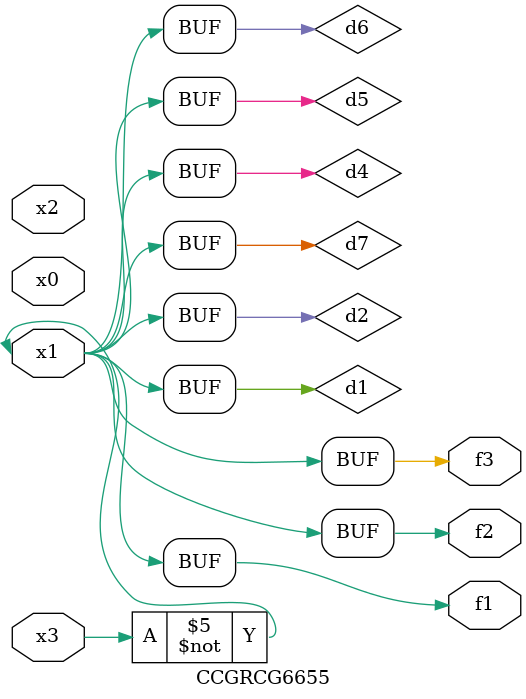
<source format=v>
module CCGRCG6655(
	input x0, x1, x2, x3,
	output f1, f2, f3
);

	wire d1, d2, d3, d4, d5, d6, d7;

	not (d1, x3);
	buf (d2, x1);
	xnor (d3, d1, d2);
	nor (d4, d1);
	buf (d5, d1, d2);
	buf (d6, d4, d5);
	nand (d7, d4);
	assign f1 = d6;
	assign f2 = d7;
	assign f3 = d6;
endmodule

</source>
